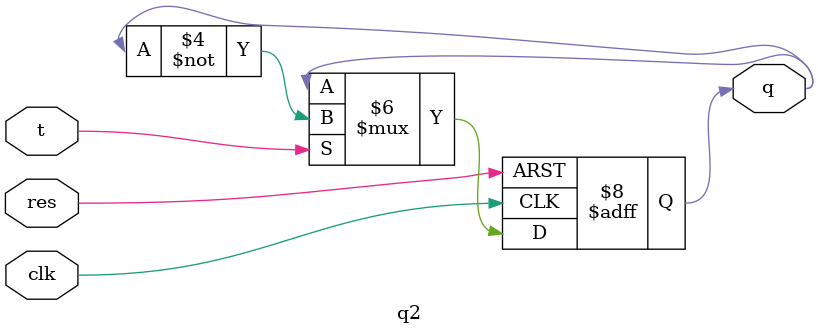
<source format=v>
module q2(t, clk, res, q);
	input t, clk, res;
	output reg q;
	always@(negedge clk or negedge res)
	begin
		if(res == 0)
			q<=0;
		else
			if(t==1)
				q<=~q;
			else
				q<=q;
	end
endmodule

</source>
